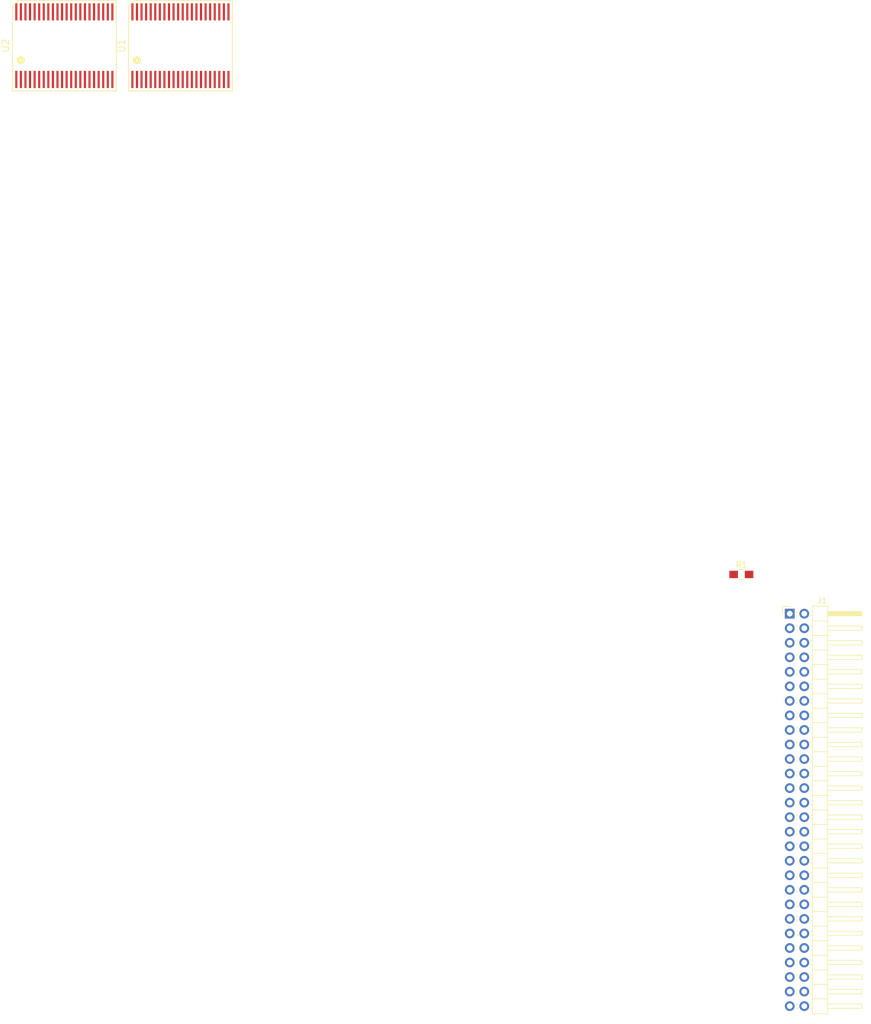
<source format=kicad_pcb>
(kicad_pcb (version 4) (host pcbnew 4.0.7)

  (general
    (links 41)
    (no_connects 25)
    (area -3.8025 5.414999 148.767382 184.785)
    (thickness 1.6)
    (drawings 0)
    (tracks 0)
    (zones 0)
    (modules 4)
    (nets 106)
  )

  (page A4)
  (layers
    (0 F.Cu signal)
    (31 B.Cu signal)
    (32 B.Adhes user)
    (33 F.Adhes user)
    (34 B.Paste user)
    (35 F.Paste user)
    (36 B.SilkS user)
    (37 F.SilkS user)
    (38 B.Mask user)
    (39 F.Mask user)
    (40 Dwgs.User user)
    (41 Cmts.User user)
    (42 Eco1.User user)
    (43 Eco2.User user)
    (44 Edge.Cuts user)
    (45 Margin user)
    (46 B.CrtYd user)
    (47 F.CrtYd user)
    (48 B.Fab user)
    (49 F.Fab user)
  )

  (setup
    (last_trace_width 0.25)
    (trace_clearance 0.2)
    (zone_clearance 0.508)
    (zone_45_only no)
    (trace_min 0.2)
    (segment_width 0.2)
    (edge_width 0.15)
    (via_size 0.6)
    (via_drill 0.4)
    (via_min_size 0.4)
    (via_min_drill 0.3)
    (uvia_size 0.3)
    (uvia_drill 0.1)
    (uvias_allowed no)
    (uvia_min_size 0.2)
    (uvia_min_drill 0.1)
    (pcb_text_width 0.3)
    (pcb_text_size 1.5 1.5)
    (mod_edge_width 0.15)
    (mod_text_size 1 1)
    (mod_text_width 0.15)
    (pad_size 1.524 1.524)
    (pad_drill 0.762)
    (pad_to_mask_clearance 0.2)
    (aux_axis_origin 0 0)
    (visible_elements FFFFFF7F)
    (pcbplotparams
      (layerselection 0x00030_80000001)
      (usegerberextensions false)
      (excludeedgelayer true)
      (linewidth 0.100000)
      (plotframeref false)
      (viasonmask false)
      (mode 1)
      (useauxorigin false)
      (hpglpennumber 1)
      (hpglpenspeed 20)
      (hpglpendiameter 15)
      (hpglpenoverlay 2)
      (psnegative false)
      (psa4output false)
      (plotreference true)
      (plotvalue true)
      (plotinvisibletext false)
      (padsonsilk false)
      (subtractmaskfromsilk false)
      (outputformat 1)
      (mirror false)
      (drillshape 1)
      (scaleselection 1)
      (outputdirectory ""))
  )

  (net 0 "")
  (net 1 "Net-(J1-Pad1)")
  (net 2 GND)
  (net 3 /DQ0)
  (net 4 /DQ1)
  (net 5 /DQ2)
  (net 6 /DQ3)
  (net 7 /DQ4)
  (net 8 /DQ5)
  (net 9 /DQ6)
  (net 10 /DQ7)
  (net 11 /DQ8)
  (net 12 /DQ9)
  (net 13 /DQ10)
  (net 14 /DQ11)
  (net 15 /DQ12)
  (net 16 /DQ13)
  (net 17 /DQ14)
  (net 18 /DQ15)
  (net 19 "Net-(J1-Pad23)")
  (net 20 "Net-(J1-Pad24)")
  (net 21 "Net-(J1-Pad25)")
  (net 22 "Net-(J1-Pad26)")
  (net 23 "Net-(J1-Pad27)")
  (net 24 "Net-(J1-Pad28)")
  (net 25 "Net-(J1-Pad29)")
  (net 26 "Net-(J1-Pad30)")
  (net 27 "Net-(J1-Pad31)")
  (net 28 "Net-(J1-Pad32)")
  (net 29 "Net-(J1-Pad33)")
  (net 30 "Net-(J1-Pad34)")
  (net 31 "Net-(J1-Pad35)")
  (net 32 "Net-(J1-Pad36)")
  (net 33 "Net-(J1-Pad37)")
  (net 34 "Net-(J1-Pad38)")
  (net 35 "Net-(J1-Pad39)")
  (net 36 "Net-(J1-Pad40)")
  (net 37 "Net-(J1-Pad41)")
  (net 38 "Net-(J1-Pad42)")
  (net 39 "Net-(J1-Pad43)")
  (net 40 "Net-(J1-Pad44)")
  (net 41 "Net-(J1-Pad45)")
  (net 42 "Net-(J1-Pad46)")
  (net 43 "Net-(J1-Pad47)")
  (net 44 "Net-(J1-Pad48)")
  (net 45 "Net-(J1-Pad49)")
  (net 46 "Net-(J1-Pad50)")
  (net 47 +5V)
  (net 48 "Net-(J1-Pad55)")
  (net 49 "Net-(J1-Pad56)")
  (net 50 "Net-(U1-Pad44)")
  (net 51 "Net-(U1-Pad1)")
  (net 52 "Net-(U1-Pad43)")
  (net 53 "Net-(U1-Pad2)")
  (net 54 "Net-(U1-Pad42)")
  (net 55 "Net-(U1-Pad3)")
  (net 56 "Net-(U1-Pad41)")
  (net 57 "Net-(U1-Pad4)")
  (net 58 "Net-(U1-Pad40)")
  (net 59 "Net-(U1-Pad5)")
  (net 60 "Net-(U1-Pad39)")
  (net 61 "Net-(U1-Pad6)")
  (net 62 "Net-(U1-Pad34)")
  (net 63 "Net-(U1-Pad11)")
  (net 64 "Net-(U1-Pad33)")
  (net 65 "Net-(U1-Pad12)")
  (net 66 "Net-(U1-Pad28)")
  (net 67 "Net-(U1-Pad17)")
  (net 68 "Net-(U1-Pad27)")
  (net 69 "Net-(U1-Pad18)")
  (net 70 "Net-(U1-Pad26)")
  (net 71 "Net-(U1-Pad19)")
  (net 72 "Net-(U1-Pad25)")
  (net 73 "Net-(U1-Pad20)")
  (net 74 "Net-(U1-Pad24)")
  (net 75 "Net-(U1-Pad21)")
  (net 76 "Net-(U1-Pad23)")
  (net 77 "Net-(U1-Pad22)")
  (net 78 "Net-(U2-Pad44)")
  (net 79 "Net-(U2-Pad1)")
  (net 80 "Net-(U2-Pad43)")
  (net 81 "Net-(U2-Pad2)")
  (net 82 "Net-(U2-Pad42)")
  (net 83 "Net-(U2-Pad3)")
  (net 84 "Net-(U2-Pad41)")
  (net 85 "Net-(U2-Pad4)")
  (net 86 "Net-(U2-Pad40)")
  (net 87 "Net-(U2-Pad5)")
  (net 88 "Net-(U2-Pad39)")
  (net 89 "Net-(U2-Pad6)")
  (net 90 "Net-(U2-Pad34)")
  (net 91 "Net-(U2-Pad11)")
  (net 92 "Net-(U2-Pad33)")
  (net 93 "Net-(U2-Pad12)")
  (net 94 "Net-(U2-Pad28)")
  (net 95 "Net-(U2-Pad17)")
  (net 96 "Net-(U2-Pad27)")
  (net 97 "Net-(U2-Pad18)")
  (net 98 "Net-(U2-Pad26)")
  (net 99 "Net-(U2-Pad19)")
  (net 100 "Net-(U2-Pad25)")
  (net 101 "Net-(U2-Pad20)")
  (net 102 "Net-(U2-Pad24)")
  (net 103 "Net-(U2-Pad21)")
  (net 104 "Net-(U2-Pad23)")
  (net 105 "Net-(U2-Pad22)")

  (net_class Default "This is the default net class."
    (clearance 0.2)
    (trace_width 0.25)
    (via_dia 0.6)
    (via_drill 0.4)
    (uvia_dia 0.3)
    (uvia_drill 0.1)
    (add_net +5V)
    (add_net /DQ0)
    (add_net /DQ1)
    (add_net /DQ10)
    (add_net /DQ11)
    (add_net /DQ12)
    (add_net /DQ13)
    (add_net /DQ14)
    (add_net /DQ15)
    (add_net /DQ2)
    (add_net /DQ3)
    (add_net /DQ4)
    (add_net /DQ5)
    (add_net /DQ6)
    (add_net /DQ7)
    (add_net /DQ8)
    (add_net /DQ9)
    (add_net GND)
    (add_net "Net-(J1-Pad1)")
    (add_net "Net-(J1-Pad23)")
    (add_net "Net-(J1-Pad24)")
    (add_net "Net-(J1-Pad25)")
    (add_net "Net-(J1-Pad26)")
    (add_net "Net-(J1-Pad27)")
    (add_net "Net-(J1-Pad28)")
    (add_net "Net-(J1-Pad29)")
    (add_net "Net-(J1-Pad30)")
    (add_net "Net-(J1-Pad31)")
    (add_net "Net-(J1-Pad32)")
    (add_net "Net-(J1-Pad33)")
    (add_net "Net-(J1-Pad34)")
    (add_net "Net-(J1-Pad35)")
    (add_net "Net-(J1-Pad36)")
    (add_net "Net-(J1-Pad37)")
    (add_net "Net-(J1-Pad38)")
    (add_net "Net-(J1-Pad39)")
    (add_net "Net-(J1-Pad40)")
    (add_net "Net-(J1-Pad41)")
    (add_net "Net-(J1-Pad42)")
    (add_net "Net-(J1-Pad43)")
    (add_net "Net-(J1-Pad44)")
    (add_net "Net-(J1-Pad45)")
    (add_net "Net-(J1-Pad46)")
    (add_net "Net-(J1-Pad47)")
    (add_net "Net-(J1-Pad48)")
    (add_net "Net-(J1-Pad49)")
    (add_net "Net-(J1-Pad50)")
    (add_net "Net-(J1-Pad55)")
    (add_net "Net-(J1-Pad56)")
    (add_net "Net-(U1-Pad1)")
    (add_net "Net-(U1-Pad11)")
    (add_net "Net-(U1-Pad12)")
    (add_net "Net-(U1-Pad17)")
    (add_net "Net-(U1-Pad18)")
    (add_net "Net-(U1-Pad19)")
    (add_net "Net-(U1-Pad2)")
    (add_net "Net-(U1-Pad20)")
    (add_net "Net-(U1-Pad21)")
    (add_net "Net-(U1-Pad22)")
    (add_net "Net-(U1-Pad23)")
    (add_net "Net-(U1-Pad24)")
    (add_net "Net-(U1-Pad25)")
    (add_net "Net-(U1-Pad26)")
    (add_net "Net-(U1-Pad27)")
    (add_net "Net-(U1-Pad28)")
    (add_net "Net-(U1-Pad3)")
    (add_net "Net-(U1-Pad33)")
    (add_net "Net-(U1-Pad34)")
    (add_net "Net-(U1-Pad39)")
    (add_net "Net-(U1-Pad4)")
    (add_net "Net-(U1-Pad40)")
    (add_net "Net-(U1-Pad41)")
    (add_net "Net-(U1-Pad42)")
    (add_net "Net-(U1-Pad43)")
    (add_net "Net-(U1-Pad44)")
    (add_net "Net-(U1-Pad5)")
    (add_net "Net-(U1-Pad6)")
    (add_net "Net-(U2-Pad1)")
    (add_net "Net-(U2-Pad11)")
    (add_net "Net-(U2-Pad12)")
    (add_net "Net-(U2-Pad17)")
    (add_net "Net-(U2-Pad18)")
    (add_net "Net-(U2-Pad19)")
    (add_net "Net-(U2-Pad2)")
    (add_net "Net-(U2-Pad20)")
    (add_net "Net-(U2-Pad21)")
    (add_net "Net-(U2-Pad22)")
    (add_net "Net-(U2-Pad23)")
    (add_net "Net-(U2-Pad24)")
    (add_net "Net-(U2-Pad25)")
    (add_net "Net-(U2-Pad26)")
    (add_net "Net-(U2-Pad27)")
    (add_net "Net-(U2-Pad28)")
    (add_net "Net-(U2-Pad3)")
    (add_net "Net-(U2-Pad33)")
    (add_net "Net-(U2-Pad34)")
    (add_net "Net-(U2-Pad39)")
    (add_net "Net-(U2-Pad4)")
    (add_net "Net-(U2-Pad40)")
    (add_net "Net-(U2-Pad41)")
    (add_net "Net-(U2-Pad42)")
    (add_net "Net-(U2-Pad43)")
    (add_net "Net-(U2-Pad44)")
    (add_net "Net-(U2-Pad5)")
    (add_net "Net-(U2-Pad6)")
  )

  (module Pin_Headers:Pin_Header_Angled_2x28_Pitch2.54mm (layer F.Cu) (tedit 59650533) (tstamp 5B1C933E)
    (at 134.46 112.86)
    (descr "Through hole angled pin header, 2x28, 2.54mm pitch, 6mm pin length, double rows")
    (tags "Through hole angled pin header THT 2x28 2.54mm double row")
    (path /5B1C9E0D)
    (fp_text reference J1 (at 5.655 -2.27) (layer F.SilkS)
      (effects (font (size 1 1) (thickness 0.15)))
    )
    (fp_text value Conn_02x28_Odd_Even (at 5.655 70.85) (layer F.Fab)
      (effects (font (size 1 1) (thickness 0.15)))
    )
    (fp_line (start 4.675 -1.27) (end 6.58 -1.27) (layer F.Fab) (width 0.1))
    (fp_line (start 6.58 -1.27) (end 6.58 69.85) (layer F.Fab) (width 0.1))
    (fp_line (start 6.58 69.85) (end 4.04 69.85) (layer F.Fab) (width 0.1))
    (fp_line (start 4.04 69.85) (end 4.04 -0.635) (layer F.Fab) (width 0.1))
    (fp_line (start 4.04 -0.635) (end 4.675 -1.27) (layer F.Fab) (width 0.1))
    (fp_line (start -0.32 -0.32) (end 4.04 -0.32) (layer F.Fab) (width 0.1))
    (fp_line (start -0.32 -0.32) (end -0.32 0.32) (layer F.Fab) (width 0.1))
    (fp_line (start -0.32 0.32) (end 4.04 0.32) (layer F.Fab) (width 0.1))
    (fp_line (start 6.58 -0.32) (end 12.58 -0.32) (layer F.Fab) (width 0.1))
    (fp_line (start 12.58 -0.32) (end 12.58 0.32) (layer F.Fab) (width 0.1))
    (fp_line (start 6.58 0.32) (end 12.58 0.32) (layer F.Fab) (width 0.1))
    (fp_line (start -0.32 2.22) (end 4.04 2.22) (layer F.Fab) (width 0.1))
    (fp_line (start -0.32 2.22) (end -0.32 2.86) (layer F.Fab) (width 0.1))
    (fp_line (start -0.32 2.86) (end 4.04 2.86) (layer F.Fab) (width 0.1))
    (fp_line (start 6.58 2.22) (end 12.58 2.22) (layer F.Fab) (width 0.1))
    (fp_line (start 12.58 2.22) (end 12.58 2.86) (layer F.Fab) (width 0.1))
    (fp_line (start 6.58 2.86) (end 12.58 2.86) (layer F.Fab) (width 0.1))
    (fp_line (start -0.32 4.76) (end 4.04 4.76) (layer F.Fab) (width 0.1))
    (fp_line (start -0.32 4.76) (end -0.32 5.4) (layer F.Fab) (width 0.1))
    (fp_line (start -0.32 5.4) (end 4.04 5.4) (layer F.Fab) (width 0.1))
    (fp_line (start 6.58 4.76) (end 12.58 4.76) (layer F.Fab) (width 0.1))
    (fp_line (start 12.58 4.76) (end 12.58 5.4) (layer F.Fab) (width 0.1))
    (fp_line (start 6.58 5.4) (end 12.58 5.4) (layer F.Fab) (width 0.1))
    (fp_line (start -0.32 7.3) (end 4.04 7.3) (layer F.Fab) (width 0.1))
    (fp_line (start -0.32 7.3) (end -0.32 7.94) (layer F.Fab) (width 0.1))
    (fp_line (start -0.32 7.94) (end 4.04 7.94) (layer F.Fab) (width 0.1))
    (fp_line (start 6.58 7.3) (end 12.58 7.3) (layer F.Fab) (width 0.1))
    (fp_line (start 12.58 7.3) (end 12.58 7.94) (layer F.Fab) (width 0.1))
    (fp_line (start 6.58 7.94) (end 12.58 7.94) (layer F.Fab) (width 0.1))
    (fp_line (start -0.32 9.84) (end 4.04 9.84) (layer F.Fab) (width 0.1))
    (fp_line (start -0.32 9.84) (end -0.32 10.48) (layer F.Fab) (width 0.1))
    (fp_line (start -0.32 10.48) (end 4.04 10.48) (layer F.Fab) (width 0.1))
    (fp_line (start 6.58 9.84) (end 12.58 9.84) (layer F.Fab) (width 0.1))
    (fp_line (start 12.58 9.84) (end 12.58 10.48) (layer F.Fab) (width 0.1))
    (fp_line (start 6.58 10.48) (end 12.58 10.48) (layer F.Fab) (width 0.1))
    (fp_line (start -0.32 12.38) (end 4.04 12.38) (layer F.Fab) (width 0.1))
    (fp_line (start -0.32 12.38) (end -0.32 13.02) (layer F.Fab) (width 0.1))
    (fp_line (start -0.32 13.02) (end 4.04 13.02) (layer F.Fab) (width 0.1))
    (fp_line (start 6.58 12.38) (end 12.58 12.38) (layer F.Fab) (width 0.1))
    (fp_line (start 12.58 12.38) (end 12.58 13.02) (layer F.Fab) (width 0.1))
    (fp_line (start 6.58 13.02) (end 12.58 13.02) (layer F.Fab) (width 0.1))
    (fp_line (start -0.32 14.92) (end 4.04 14.92) (layer F.Fab) (width 0.1))
    (fp_line (start -0.32 14.92) (end -0.32 15.56) (layer F.Fab) (width 0.1))
    (fp_line (start -0.32 15.56) (end 4.04 15.56) (layer F.Fab) (width 0.1))
    (fp_line (start 6.58 14.92) (end 12.58 14.92) (layer F.Fab) (width 0.1))
    (fp_line (start 12.58 14.92) (end 12.58 15.56) (layer F.Fab) (width 0.1))
    (fp_line (start 6.58 15.56) (end 12.58 15.56) (layer F.Fab) (width 0.1))
    (fp_line (start -0.32 17.46) (end 4.04 17.46) (layer F.Fab) (width 0.1))
    (fp_line (start -0.32 17.46) (end -0.32 18.1) (layer F.Fab) (width 0.1))
    (fp_line (start -0.32 18.1) (end 4.04 18.1) (layer F.Fab) (width 0.1))
    (fp_line (start 6.58 17.46) (end 12.58 17.46) (layer F.Fab) (width 0.1))
    (fp_line (start 12.58 17.46) (end 12.58 18.1) (layer F.Fab) (width 0.1))
    (fp_line (start 6.58 18.1) (end 12.58 18.1) (layer F.Fab) (width 0.1))
    (fp_line (start -0.32 20) (end 4.04 20) (layer F.Fab) (width 0.1))
    (fp_line (start -0.32 20) (end -0.32 20.64) (layer F.Fab) (width 0.1))
    (fp_line (start -0.32 20.64) (end 4.04 20.64) (layer F.Fab) (width 0.1))
    (fp_line (start 6.58 20) (end 12.58 20) (layer F.Fab) (width 0.1))
    (fp_line (start 12.58 20) (end 12.58 20.64) (layer F.Fab) (width 0.1))
    (fp_line (start 6.58 20.64) (end 12.58 20.64) (layer F.Fab) (width 0.1))
    (fp_line (start -0.32 22.54) (end 4.04 22.54) (layer F.Fab) (width 0.1))
    (fp_line (start -0.32 22.54) (end -0.32 23.18) (layer F.Fab) (width 0.1))
    (fp_line (start -0.32 23.18) (end 4.04 23.18) (layer F.Fab) (width 0.1))
    (fp_line (start 6.58 22.54) (end 12.58 22.54) (layer F.Fab) (width 0.1))
    (fp_line (start 12.58 22.54) (end 12.58 23.18) (layer F.Fab) (width 0.1))
    (fp_line (start 6.58 23.18) (end 12.58 23.18) (layer F.Fab) (width 0.1))
    (fp_line (start -0.32 25.08) (end 4.04 25.08) (layer F.Fab) (width 0.1))
    (fp_line (start -0.32 25.08) (end -0.32 25.72) (layer F.Fab) (width 0.1))
    (fp_line (start -0.32 25.72) (end 4.04 25.72) (layer F.Fab) (width 0.1))
    (fp_line (start 6.58 25.08) (end 12.58 25.08) (layer F.Fab) (width 0.1))
    (fp_line (start 12.58 25.08) (end 12.58 25.72) (layer F.Fab) (width 0.1))
    (fp_line (start 6.58 25.72) (end 12.58 25.72) (layer F.Fab) (width 0.1))
    (fp_line (start -0.32 27.62) (end 4.04 27.62) (layer F.Fab) (width 0.1))
    (fp_line (start -0.32 27.62) (end -0.32 28.26) (layer F.Fab) (width 0.1))
    (fp_line (start -0.32 28.26) (end 4.04 28.26) (layer F.Fab) (width 0.1))
    (fp_line (start 6.58 27.62) (end 12.58 27.62) (layer F.Fab) (width 0.1))
    (fp_line (start 12.58 27.62) (end 12.58 28.26) (layer F.Fab) (width 0.1))
    (fp_line (start 6.58 28.26) (end 12.58 28.26) (layer F.Fab) (width 0.1))
    (fp_line (start -0.32 30.16) (end 4.04 30.16) (layer F.Fab) (width 0.1))
    (fp_line (start -0.32 30.16) (end -0.32 30.8) (layer F.Fab) (width 0.1))
    (fp_line (start -0.32 30.8) (end 4.04 30.8) (layer F.Fab) (width 0.1))
    (fp_line (start 6.58 30.16) (end 12.58 30.16) (layer F.Fab) (width 0.1))
    (fp_line (start 12.58 30.16) (end 12.58 30.8) (layer F.Fab) (width 0.1))
    (fp_line (start 6.58 30.8) (end 12.58 30.8) (layer F.Fab) (width 0.1))
    (fp_line (start -0.32 32.7) (end 4.04 32.7) (layer F.Fab) (width 0.1))
    (fp_line (start -0.32 32.7) (end -0.32 33.34) (layer F.Fab) (width 0.1))
    (fp_line (start -0.32 33.34) (end 4.04 33.34) (layer F.Fab) (width 0.1))
    (fp_line (start 6.58 32.7) (end 12.58 32.7) (layer F.Fab) (width 0.1))
    (fp_line (start 12.58 32.7) (end 12.58 33.34) (layer F.Fab) (width 0.1))
    (fp_line (start 6.58 33.34) (end 12.58 33.34) (layer F.Fab) (width 0.1))
    (fp_line (start -0.32 35.24) (end 4.04 35.24) (layer F.Fab) (width 0.1))
    (fp_line (start -0.32 35.24) (end -0.32 35.88) (layer F.Fab) (width 0.1))
    (fp_line (start -0.32 35.88) (end 4.04 35.88) (layer F.Fab) (width 0.1))
    (fp_line (start 6.58 35.24) (end 12.58 35.24) (layer F.Fab) (width 0.1))
    (fp_line (start 12.58 35.24) (end 12.58 35.88) (layer F.Fab) (width 0.1))
    (fp_line (start 6.58 35.88) (end 12.58 35.88) (layer F.Fab) (width 0.1))
    (fp_line (start -0.32 37.78) (end 4.04 37.78) (layer F.Fab) (width 0.1))
    (fp_line (start -0.32 37.78) (end -0.32 38.42) (layer F.Fab) (width 0.1))
    (fp_line (start -0.32 38.42) (end 4.04 38.42) (layer F.Fab) (width 0.1))
    (fp_line (start 6.58 37.78) (end 12.58 37.78) (layer F.Fab) (width 0.1))
    (fp_line (start 12.58 37.78) (end 12.58 38.42) (layer F.Fab) (width 0.1))
    (fp_line (start 6.58 38.42) (end 12.58 38.42) (layer F.Fab) (width 0.1))
    (fp_line (start -0.32 40.32) (end 4.04 40.32) (layer F.Fab) (width 0.1))
    (fp_line (start -0.32 40.32) (end -0.32 40.96) (layer F.Fab) (width 0.1))
    (fp_line (start -0.32 40.96) (end 4.04 40.96) (layer F.Fab) (width 0.1))
    (fp_line (start 6.58 40.32) (end 12.58 40.32) (layer F.Fab) (width 0.1))
    (fp_line (start 12.58 40.32) (end 12.58 40.96) (layer F.Fab) (width 0.1))
    (fp_line (start 6.58 40.96) (end 12.58 40.96) (layer F.Fab) (width 0.1))
    (fp_line (start -0.32 42.86) (end 4.04 42.86) (layer F.Fab) (width 0.1))
    (fp_line (start -0.32 42.86) (end -0.32 43.5) (layer F.Fab) (width 0.1))
    (fp_line (start -0.32 43.5) (end 4.04 43.5) (layer F.Fab) (width 0.1))
    (fp_line (start 6.58 42.86) (end 12.58 42.86) (layer F.Fab) (width 0.1))
    (fp_line (start 12.58 42.86) (end 12.58 43.5) (layer F.Fab) (width 0.1))
    (fp_line (start 6.58 43.5) (end 12.58 43.5) (layer F.Fab) (width 0.1))
    (fp_line (start -0.32 45.4) (end 4.04 45.4) (layer F.Fab) (width 0.1))
    (fp_line (start -0.32 45.4) (end -0.32 46.04) (layer F.Fab) (width 0.1))
    (fp_line (start -0.32 46.04) (end 4.04 46.04) (layer F.Fab) (width 0.1))
    (fp_line (start 6.58 45.4) (end 12.58 45.4) (layer F.Fab) (width 0.1))
    (fp_line (start 12.58 45.4) (end 12.58 46.04) (layer F.Fab) (width 0.1))
    (fp_line (start 6.58 46.04) (end 12.58 46.04) (layer F.Fab) (width 0.1))
    (fp_line (start -0.32 47.94) (end 4.04 47.94) (layer F.Fab) (width 0.1))
    (fp_line (start -0.32 47.94) (end -0.32 48.58) (layer F.Fab) (width 0.1))
    (fp_line (start -0.32 48.58) (end 4.04 48.58) (layer F.Fab) (width 0.1))
    (fp_line (start 6.58 47.94) (end 12.58 47.94) (layer F.Fab) (width 0.1))
    (fp_line (start 12.58 47.94) (end 12.58 48.58) (layer F.Fab) (width 0.1))
    (fp_line (start 6.58 48.58) (end 12.58 48.58) (layer F.Fab) (width 0.1))
    (fp_line (start -0.32 50.48) (end 4.04 50.48) (layer F.Fab) (width 0.1))
    (fp_line (start -0.32 50.48) (end -0.32 51.12) (layer F.Fab) (width 0.1))
    (fp_line (start -0.32 51.12) (end 4.04 51.12) (layer F.Fab) (width 0.1))
    (fp_line (start 6.58 50.48) (end 12.58 50.48) (layer F.Fab) (width 0.1))
    (fp_line (start 12.58 50.48) (end 12.58 51.12) (layer F.Fab) (width 0.1))
    (fp_line (start 6.58 51.12) (end 12.58 51.12) (layer F.Fab) (width 0.1))
    (fp_line (start -0.32 53.02) (end 4.04 53.02) (layer F.Fab) (width 0.1))
    (fp_line (start -0.32 53.02) (end -0.32 53.66) (layer F.Fab) (width 0.1))
    (fp_line (start -0.32 53.66) (end 4.04 53.66) (layer F.Fab) (width 0.1))
    (fp_line (start 6.58 53.02) (end 12.58 53.02) (layer F.Fab) (width 0.1))
    (fp_line (start 12.58 53.02) (end 12.58 53.66) (layer F.Fab) (width 0.1))
    (fp_line (start 6.58 53.66) (end 12.58 53.66) (layer F.Fab) (width 0.1))
    (fp_line (start -0.32 55.56) (end 4.04 55.56) (layer F.Fab) (width 0.1))
    (fp_line (start -0.32 55.56) (end -0.32 56.2) (layer F.Fab) (width 0.1))
    (fp_line (start -0.32 56.2) (end 4.04 56.2) (layer F.Fab) (width 0.1))
    (fp_line (start 6.58 55.56) (end 12.58 55.56) (layer F.Fab) (width 0.1))
    (fp_line (start 12.58 55.56) (end 12.58 56.2) (layer F.Fab) (width 0.1))
    (fp_line (start 6.58 56.2) (end 12.58 56.2) (layer F.Fab) (width 0.1))
    (fp_line (start -0.32 58.1) (end 4.04 58.1) (layer F.Fab) (width 0.1))
    (fp_line (start -0.32 58.1) (end -0.32 58.74) (layer F.Fab) (width 0.1))
    (fp_line (start -0.32 58.74) (end 4.04 58.74) (layer F.Fab) (width 0.1))
    (fp_line (start 6.58 58.1) (end 12.58 58.1) (layer F.Fab) (width 0.1))
    (fp_line (start 12.58 58.1) (end 12.58 58.74) (layer F.Fab) (width 0.1))
    (fp_line (start 6.58 58.74) (end 12.58 58.74) (layer F.Fab) (width 0.1))
    (fp_line (start -0.32 60.64) (end 4.04 60.64) (layer F.Fab) (width 0.1))
    (fp_line (start -0.32 60.64) (end -0.32 61.28) (layer F.Fab) (width 0.1))
    (fp_line (start -0.32 61.28) (end 4.04 61.28) (layer F.Fab) (width 0.1))
    (fp_line (start 6.58 60.64) (end 12.58 60.64) (layer F.Fab) (width 0.1))
    (fp_line (start 12.58 60.64) (end 12.58 61.28) (layer F.Fab) (width 0.1))
    (fp_line (start 6.58 61.28) (end 12.58 61.28) (layer F.Fab) (width 0.1))
    (fp_line (start -0.32 63.18) (end 4.04 63.18) (layer F.Fab) (width 0.1))
    (fp_line (start -0.32 63.18) (end -0.32 63.82) (layer F.Fab) (width 0.1))
    (fp_line (start -0.32 63.82) (end 4.04 63.82) (layer F.Fab) (width 0.1))
    (fp_line (start 6.58 63.18) (end 12.58 63.18) (layer F.Fab) (width 0.1))
    (fp_line (start 12.58 63.18) (end 12.58 63.82) (layer F.Fab) (width 0.1))
    (fp_line (start 6.58 63.82) (end 12.58 63.82) (layer F.Fab) (width 0.1))
    (fp_line (start -0.32 65.72) (end 4.04 65.72) (layer F.Fab) (width 0.1))
    (fp_line (start -0.32 65.72) (end -0.32 66.36) (layer F.Fab) (width 0.1))
    (fp_line (start -0.32 66.36) (end 4.04 66.36) (layer F.Fab) (width 0.1))
    (fp_line (start 6.58 65.72) (end 12.58 65.72) (layer F.Fab) (width 0.1))
    (fp_line (start 12.58 65.72) (end 12.58 66.36) (layer F.Fab) (width 0.1))
    (fp_line (start 6.58 66.36) (end 12.58 66.36) (layer F.Fab) (width 0.1))
    (fp_line (start -0.32 68.26) (end 4.04 68.26) (layer F.Fab) (width 0.1))
    (fp_line (start -0.32 68.26) (end -0.32 68.9) (layer F.Fab) (width 0.1))
    (fp_line (start -0.32 68.9) (end 4.04 68.9) (layer F.Fab) (width 0.1))
    (fp_line (start 6.58 68.26) (end 12.58 68.26) (layer F.Fab) (width 0.1))
    (fp_line (start 12.58 68.26) (end 12.58 68.9) (layer F.Fab) (width 0.1))
    (fp_line (start 6.58 68.9) (end 12.58 68.9) (layer F.Fab) (width 0.1))
    (fp_line (start 3.98 -1.33) (end 3.98 69.91) (layer F.SilkS) (width 0.12))
    (fp_line (start 3.98 69.91) (end 6.64 69.91) (layer F.SilkS) (width 0.12))
    (fp_line (start 6.64 69.91) (end 6.64 -1.33) (layer F.SilkS) (width 0.12))
    (fp_line (start 6.64 -1.33) (end 3.98 -1.33) (layer F.SilkS) (width 0.12))
    (fp_line (start 6.64 -0.38) (end 12.64 -0.38) (layer F.SilkS) (width 0.12))
    (fp_line (start 12.64 -0.38) (end 12.64 0.38) (layer F.SilkS) (width 0.12))
    (fp_line (start 12.64 0.38) (end 6.64 0.38) (layer F.SilkS) (width 0.12))
    (fp_line (start 6.64 -0.32) (end 12.64 -0.32) (layer F.SilkS) (width 0.12))
    (fp_line (start 6.64 -0.2) (end 12.64 -0.2) (layer F.SilkS) (width 0.12))
    (fp_line (start 6.64 -0.08) (end 12.64 -0.08) (layer F.SilkS) (width 0.12))
    (fp_line (start 6.64 0.04) (end 12.64 0.04) (layer F.SilkS) (width 0.12))
    (fp_line (start 6.64 0.16) (end 12.64 0.16) (layer F.SilkS) (width 0.12))
    (fp_line (start 6.64 0.28) (end 12.64 0.28) (layer F.SilkS) (width 0.12))
    (fp_line (start 3.582929 -0.38) (end 3.98 -0.38) (layer F.SilkS) (width 0.12))
    (fp_line (start 3.582929 0.38) (end 3.98 0.38) (layer F.SilkS) (width 0.12))
    (fp_line (start 1.11 -0.38) (end 1.497071 -0.38) (layer F.SilkS) (width 0.12))
    (fp_line (start 1.11 0.38) (end 1.497071 0.38) (layer F.SilkS) (width 0.12))
    (fp_line (start 3.98 1.27) (end 6.64 1.27) (layer F.SilkS) (width 0.12))
    (fp_line (start 6.64 2.16) (end 12.64 2.16) (layer F.SilkS) (width 0.12))
    (fp_line (start 12.64 2.16) (end 12.64 2.92) (layer F.SilkS) (width 0.12))
    (fp_line (start 12.64 2.92) (end 6.64 2.92) (layer F.SilkS) (width 0.12))
    (fp_line (start 3.582929 2.16) (end 3.98 2.16) (layer F.SilkS) (width 0.12))
    (fp_line (start 3.582929 2.92) (end 3.98 2.92) (layer F.SilkS) (width 0.12))
    (fp_line (start 1.042929 2.16) (end 1.497071 2.16) (layer F.SilkS) (width 0.12))
    (fp_line (start 1.042929 2.92) (end 1.497071 2.92) (layer F.SilkS) (width 0.12))
    (fp_line (start 3.98 3.81) (end 6.64 3.81) (layer F.SilkS) (width 0.12))
    (fp_line (start 6.64 4.7) (end 12.64 4.7) (layer F.SilkS) (width 0.12))
    (fp_line (start 12.64 4.7) (end 12.64 5.46) (layer F.SilkS) (width 0.12))
    (fp_line (start 12.64 5.46) (end 6.64 5.46) (layer F.SilkS) (width 0.12))
    (fp_line (start 3.582929 4.7) (end 3.98 4.7) (layer F.SilkS) (width 0.12))
    (fp_line (start 3.582929 5.46) (end 3.98 5.46) (layer F.SilkS) (width 0.12))
    (fp_line (start 1.042929 4.7) (end 1.497071 4.7) (layer F.SilkS) (width 0.12))
    (fp_line (start 1.042929 5.46) (end 1.497071 5.46) (layer F.SilkS) (width 0.12))
    (fp_line (start 3.98 6.35) (end 6.64 6.35) (layer F.SilkS) (width 0.12))
    (fp_line (start 6.64 7.24) (end 12.64 7.24) (layer F.SilkS) (width 0.12))
    (fp_line (start 12.64 7.24) (end 12.64 8) (layer F.SilkS) (width 0.12))
    (fp_line (start 12.64 8) (end 6.64 8) (layer F.SilkS) (width 0.12))
    (fp_line (start 3.582929 7.24) (end 3.98 7.24) (layer F.SilkS) (width 0.12))
    (fp_line (start 3.582929 8) (end 3.98 8) (layer F.SilkS) (width 0.12))
    (fp_line (start 1.042929 7.24) (end 1.497071 7.24) (layer F.SilkS) (width 0.12))
    (fp_line (start 1.042929 8) (end 1.497071 8) (layer F.SilkS) (width 0.12))
    (fp_line (start 3.98 8.89) (end 6.64 8.89) (layer F.SilkS) (width 0.12))
    (fp_line (start 6.64 9.78) (end 12.64 9.78) (layer F.SilkS) (width 0.12))
    (fp_line (start 12.64 9.78) (end 12.64 10.54) (layer F.SilkS) (width 0.12))
    (fp_line (start 12.64 10.54) (end 6.64 10.54) (layer F.SilkS) (width 0.12))
    (fp_line (start 3.582929 9.78) (end 3.98 9.78) (layer F.SilkS) (width 0.12))
    (fp_line (start 3.582929 10.54) (end 3.98 10.54) (layer F.SilkS) (width 0.12))
    (fp_line (start 1.042929 9.78) (end 1.497071 9.78) (layer F.SilkS) (width 0.12))
    (fp_line (start 1.042929 10.54) (end 1.497071 10.54) (layer F.SilkS) (width 0.12))
    (fp_line (start 3.98 11.43) (end 6.64 11.43) (layer F.SilkS) (width 0.12))
    (fp_line (start 6.64 12.32) (end 12.64 12.32) (layer F.SilkS) (width 0.12))
    (fp_line (start 12.64 12.32) (end 12.64 13.08) (layer F.SilkS) (width 0.12))
    (fp_line (start 12.64 13.08) (end 6.64 13.08) (layer F.SilkS) (width 0.12))
    (fp_line (start 3.582929 12.32) (end 3.98 12.32) (layer F.SilkS) (width 0.12))
    (fp_line (start 3.582929 13.08) (end 3.98 13.08) (layer F.SilkS) (width 0.12))
    (fp_line (start 1.042929 12.32) (end 1.497071 12.32) (layer F.SilkS) (width 0.12))
    (fp_line (start 1.042929 13.08) (end 1.497071 13.08) (layer F.SilkS) (width 0.12))
    (fp_line (start 3.98 13.97) (end 6.64 13.97) (layer F.SilkS) (width 0.12))
    (fp_line (start 6.64 14.86) (end 12.64 14.86) (layer F.SilkS) (width 0.12))
    (fp_line (start 12.64 14.86) (end 12.64 15.62) (layer F.SilkS) (width 0.12))
    (fp_line (start 12.64 15.62) (end 6.64 15.62) (layer F.SilkS) (width 0.12))
    (fp_line (start 3.582929 14.86) (end 3.98 14.86) (layer F.SilkS) (width 0.12))
    (fp_line (start 3.582929 15.62) (end 3.98 15.62) (layer F.SilkS) (width 0.12))
    (fp_line (start 1.042929 14.86) (end 1.497071 14.86) (layer F.SilkS) (width 0.12))
    (fp_line (start 1.042929 15.62) (end 1.497071 15.62) (layer F.SilkS) (width 0.12))
    (fp_line (start 3.98 16.51) (end 6.64 16.51) (layer F.SilkS) (width 0.12))
    (fp_line (start 6.64 17.4) (end 12.64 17.4) (layer F.SilkS) (width 0.12))
    (fp_line (start 12.64 17.4) (end 12.64 18.16) (layer F.SilkS) (width 0.12))
    (fp_line (start 12.64 18.16) (end 6.64 18.16) (layer F.SilkS) (width 0.12))
    (fp_line (start 3.582929 17.4) (end 3.98 17.4) (layer F.SilkS) (width 0.12))
    (fp_line (start 3.582929 18.16) (end 3.98 18.16) (layer F.SilkS) (width 0.12))
    (fp_line (start 1.042929 17.4) (end 1.497071 17.4) (layer F.SilkS) (width 0.12))
    (fp_line (start 1.042929 18.16) (end 1.497071 18.16) (layer F.SilkS) (width 0.12))
    (fp_line (start 3.98 19.05) (end 6.64 19.05) (layer F.SilkS) (width 0.12))
    (fp_line (start 6.64 19.94) (end 12.64 19.94) (layer F.SilkS) (width 0.12))
    (fp_line (start 12.64 19.94) (end 12.64 20.7) (layer F.SilkS) (width 0.12))
    (fp_line (start 12.64 20.7) (end 6.64 20.7) (layer F.SilkS) (width 0.12))
    (fp_line (start 3.582929 19.94) (end 3.98 19.94) (layer F.SilkS) (width 0.12))
    (fp_line (start 3.582929 20.7) (end 3.98 20.7) (layer F.SilkS) (width 0.12))
    (fp_line (start 1.042929 19.94) (end 1.497071 19.94) (layer F.SilkS) (width 0.12))
    (fp_line (start 1.042929 20.7) (end 1.497071 20.7) (layer F.SilkS) (width 0.12))
    (fp_line (start 3.98 21.59) (end 6.64 21.59) (layer F.SilkS) (width 0.12))
    (fp_line (start 6.64 22.48) (end 12.64 22.48) (layer F.SilkS) (width 0.12))
    (fp_line (start 12.64 22.48) (end 12.64 23.24) (layer F.SilkS) (width 0.12))
    (fp_line (start 12.64 23.24) (end 6.64 23.24) (layer F.SilkS) (width 0.12))
    (fp_line (start 3.582929 22.48) (end 3.98 22.48) (layer F.SilkS) (width 0.12))
    (fp_line (start 3.582929 23.24) (end 3.98 23.24) (layer F.SilkS) (width 0.12))
    (fp_line (start 1.042929 22.48) (end 1.497071 22.48) (layer F.SilkS) (width 0.12))
    (fp_line (start 1.042929 23.24) (end 1.497071 23.24) (layer F.SilkS) (width 0.12))
    (fp_line (start 3.98 24.13) (end 6.64 24.13) (layer F.SilkS) (width 0.12))
    (fp_line (start 6.64 25.02) (end 12.64 25.02) (layer F.SilkS) (width 0.12))
    (fp_line (start 12.64 25.02) (end 12.64 25.78) (layer F.SilkS) (width 0.12))
    (fp_line (start 12.64 25.78) (end 6.64 25.78) (layer F.SilkS) (width 0.12))
    (fp_line (start 3.582929 25.02) (end 3.98 25.02) (layer F.SilkS) (width 0.12))
    (fp_line (start 3.582929 25.78) (end 3.98 25.78) (layer F.SilkS) (width 0.12))
    (fp_line (start 1.042929 25.02) (end 1.497071 25.02) (layer F.SilkS) (width 0.12))
    (fp_line (start 1.042929 25.78) (end 1.497071 25.78) (layer F.SilkS) (width 0.12))
    (fp_line (start 3.98 26.67) (end 6.64 26.67) (layer F.SilkS) (width 0.12))
    (fp_line (start 6.64 27.56) (end 12.64 27.56) (layer F.SilkS) (width 0.12))
    (fp_line (start 12.64 27.56) (end 12.64 28.32) (layer F.SilkS) (width 0.12))
    (fp_line (start 12.64 28.32) (end 6.64 28.32) (layer F.SilkS) (width 0.12))
    (fp_line (start 3.582929 27.56) (end 3.98 27.56) (layer F.SilkS) (width 0.12))
    (fp_line (start 3.582929 28.32) (end 3.98 28.32) (layer F.SilkS) (width 0.12))
    (fp_line (start 1.042929 27.56) (end 1.497071 27.56) (layer F.SilkS) (width 0.12))
    (fp_line (start 1.042929 28.32) (end 1.497071 28.32) (layer F.SilkS) (width 0.12))
    (fp_line (start 3.98 29.21) (end 6.64 29.21) (layer F.SilkS) (width 0.12))
    (fp_line (start 6.64 30.1) (end 12.64 30.1) (layer F.SilkS) (width 0.12))
    (fp_line (start 12.64 30.1) (end 12.64 30.86) (layer F.SilkS) (width 0.12))
    (fp_line (start 12.64 30.86) (end 6.64 30.86) (layer F.SilkS) (width 0.12))
    (fp_line (start 3.582929 30.1) (end 3.98 30.1) (layer F.SilkS) (width 0.12))
    (fp_line (start 3.582929 30.86) (end 3.98 30.86) (layer F.SilkS) (width 0.12))
    (fp_line (start 1.042929 30.1) (end 1.497071 30.1) (layer F.SilkS) (width 0.12))
    (fp_line (start 1.042929 30.86) (end 1.497071 30.86) (layer F.SilkS) (width 0.12))
    (fp_line (start 3.98 31.75) (end 6.64 31.75) (layer F.SilkS) (width 0.12))
    (fp_line (start 6.64 32.64) (end 12.64 32.64) (layer F.SilkS) (width 0.12))
    (fp_line (start 12.64 32.64) (end 12.64 33.4) (layer F.SilkS) (width 0.12))
    (fp_line (start 12.64 33.4) (end 6.64 33.4) (layer F.SilkS) (width 0.12))
    (fp_line (start 3.582929 32.64) (end 3.98 32.64) (layer F.SilkS) (width 0.12))
    (fp_line (start 3.582929 33.4) (end 3.98 33.4) (layer F.SilkS) (width 0.12))
    (fp_line (start 1.042929 32.64) (end 1.497071 32.64) (layer F.SilkS) (width 0.12))
    (fp_line (start 1.042929 33.4) (end 1.497071 33.4) (layer F.SilkS) (width 0.12))
    (fp_line (start 3.98 34.29) (end 6.64 34.29) (layer F.SilkS) (width 0.12))
    (fp_line (start 6.64 35.18) (end 12.64 35.18) (layer F.SilkS) (width 0.12))
    (fp_line (start 12.64 35.18) (end 12.64 35.94) (layer F.SilkS) (width 0.12))
    (fp_line (start 12.64 35.94) (end 6.64 35.94) (layer F.SilkS) (width 0.12))
    (fp_line (start 3.582929 35.18) (end 3.98 35.18) (layer F.SilkS) (width 0.12))
    (fp_line (start 3.582929 35.94) (end 3.98 35.94) (layer F.SilkS) (width 0.12))
    (fp_line (start 1.042929 35.18) (end 1.497071 35.18) (layer F.SilkS) (width 0.12))
    (fp_line (start 1.042929 35.94) (end 1.497071 35.94) (layer F.SilkS) (width 0.12))
    (fp_line (start 3.98 36.83) (end 6.64 36.83) (layer F.SilkS) (width 0.12))
    (fp_line (start 6.64 37.72) (end 12.64 37.72) (layer F.SilkS) (width 0.12))
    (fp_line (start 12.64 37.72) (end 12.64 38.48) (layer F.SilkS) (width 0.12))
    (fp_line (start 12.64 38.48) (end 6.64 38.48) (layer F.SilkS) (width 0.12))
    (fp_line (start 3.582929 37.72) (end 3.98 37.72) (layer F.SilkS) (width 0.12))
    (fp_line (start 3.582929 38.48) (end 3.98 38.48) (layer F.SilkS) (width 0.12))
    (fp_line (start 1.042929 37.72) (end 1.497071 37.72) (layer F.SilkS) (width 0.12))
    (fp_line (start 1.042929 38.48) (end 1.497071 38.48) (layer F.SilkS) (width 0.12))
    (fp_line (start 3.98 39.37) (end 6.64 39.37) (layer F.SilkS) (width 0.12))
    (fp_line (start 6.64 40.26) (end 12.64 40.26) (layer F.SilkS) (width 0.12))
    (fp_line (start 12.64 40.26) (end 12.64 41.02) (layer F.SilkS) (width 0.12))
    (fp_line (start 12.64 41.02) (end 6.64 41.02) (layer F.SilkS) (width 0.12))
    (fp_line (start 3.582929 40.26) (end 3.98 40.26) (layer F.SilkS) (width 0.12))
    (fp_line (start 3.582929 41.02) (end 3.98 41.02) (layer F.SilkS) (width 0.12))
    (fp_line (start 1.042929 40.26) (end 1.497071 40.26) (layer F.SilkS) (width 0.12))
    (fp_line (start 1.042929 41.02) (end 1.497071 41.02) (layer F.SilkS) (width 0.12))
    (fp_line (start 3.98 41.91) (end 6.64 41.91) (layer F.SilkS) (width 0.12))
    (fp_line (start 6.64 42.8) (end 12.64 42.8) (layer F.SilkS) (width 0.12))
    (fp_line (start 12.64 42.8) (end 12.64 43.56) (layer F.SilkS) (width 0.12))
    (fp_line (start 12.64 43.56) (end 6.64 43.56) (layer F.SilkS) (width 0.12))
    (fp_line (start 3.582929 42.8) (end 3.98 42.8) (layer F.SilkS) (width 0.12))
    (fp_line (start 3.582929 43.56) (end 3.98 43.56) (layer F.SilkS) (width 0.12))
    (fp_line (start 1.042929 42.8) (end 1.497071 42.8) (layer F.SilkS) (width 0.12))
    (fp_line (start 1.042929 43.56) (end 1.497071 43.56) (layer F.SilkS) (width 0.12))
    (fp_line (start 3.98 44.45) (end 6.64 44.45) (layer F.SilkS) (width 0.12))
    (fp_line (start 6.64 45.34) (end 12.64 45.34) (layer F.SilkS) (width 0.12))
    (fp_line (start 12.64 45.34) (end 12.64 46.1) (layer F.SilkS) (width 0.12))
    (fp_line (start 12.64 46.1) (end 6.64 46.1) (layer F.SilkS) (width 0.12))
    (fp_line (start 3.582929 45.34) (end 3.98 45.34) (layer F.SilkS) (width 0.12))
    (fp_line (start 3.582929 46.1) (end 3.98 46.1) (layer F.SilkS) (width 0.12))
    (fp_line (start 1.042929 45.34) (end 1.497071 45.34) (layer F.SilkS) (width 0.12))
    (fp_line (start 1.042929 46.1) (end 1.497071 46.1) (layer F.SilkS) (width 0.12))
    (fp_line (start 3.98 46.99) (end 6.64 46.99) (layer F.SilkS) (width 0.12))
    (fp_line (start 6.64 47.88) (end 12.64 47.88) (layer F.SilkS) (width 0.12))
    (fp_line (start 12.64 47.88) (end 12.64 48.64) (layer F.SilkS) (width 0.12))
    (fp_line (start 12.64 48.64) (end 6.64 48.64) (layer F.SilkS) (width 0.12))
    (fp_line (start 3.582929 47.88) (end 3.98 47.88) (layer F.SilkS) (width 0.12))
    (fp_line (start 3.582929 48.64) (end 3.98 48.64) (layer F.SilkS) (width 0.12))
    (fp_line (start 1.042929 47.88) (end 1.497071 47.88) (layer F.SilkS) (width 0.12))
    (fp_line (start 1.042929 48.64) (end 1.497071 48.64) (layer F.SilkS) (width 0.12))
    (fp_line (start 3.98 49.53) (end 6.64 49.53) (layer F.SilkS) (width 0.12))
    (fp_line (start 6.64 50.42) (end 12.64 50.42) (layer F.SilkS) (width 0.12))
    (fp_line (start 12.64 50.42) (end 12.64 51.18) (layer F.SilkS) (width 0.12))
    (fp_line (start 12.64 51.18) (end 6.64 51.18) (layer F.SilkS) (width 0.12))
    (fp_line (start 3.582929 50.42) (end 3.98 50.42) (layer F.SilkS) (width 0.12))
    (fp_line (start 3.582929 51.18) (end 3.98 51.18) (layer F.SilkS) (width 0.12))
    (fp_line (start 1.042929 50.42) (end 1.497071 50.42) (layer F.SilkS) (width 0.12))
    (fp_line (start 1.042929 51.18) (end 1.497071 51.18) (layer F.SilkS) (width 0.12))
    (fp_line (start 3.98 52.07) (end 6.64 52.07) (layer F.SilkS) (width 0.12))
    (fp_line (start 6.64 52.96) (end 12.64 52.96) (layer F.SilkS) (width 0.12))
    (fp_line (start 12.64 52.96) (end 12.64 53.72) (layer F.SilkS) (width 0.12))
    (fp_line (start 12.64 53.72) (end 6.64 53.72) (layer F.SilkS) (width 0.12))
    (fp_line (start 3.582929 52.96) (end 3.98 52.96) (layer F.SilkS) (width 0.12))
    (fp_line (start 3.582929 53.72) (end 3.98 53.72) (layer F.SilkS) (width 0.12))
    (fp_line (start 1.042929 52.96) (end 1.497071 52.96) (layer F.SilkS) (width 0.12))
    (fp_line (start 1.042929 53.72) (end 1.497071 53.72) (layer F.SilkS) (width 0.12))
    (fp_line (start 3.98 54.61) (end 6.64 54.61) (layer F.SilkS) (width 0.12))
    (fp_line (start 6.64 55.5) (end 12.64 55.5) (layer F.SilkS) (width 0.12))
    (fp_line (start 12.64 55.5) (end 12.64 56.26) (layer F.SilkS) (width 0.12))
    (fp_line (start 12.64 56.26) (end 6.64 56.26) (layer F.SilkS) (width 0.12))
    (fp_line (start 3.582929 55.5) (end 3.98 55.5) (layer F.SilkS) (width 0.12))
    (fp_line (start 3.582929 56.26) (end 3.98 56.26) (layer F.SilkS) (width 0.12))
    (fp_line (start 1.042929 55.5) (end 1.497071 55.5) (layer F.SilkS) (width 0.12))
    (fp_line (start 1.042929 56.26) (end 1.497071 56.26) (layer F.SilkS) (width 0.12))
    (fp_line (start 3.98 57.15) (end 6.64 57.15) (layer F.SilkS) (width 0.12))
    (fp_line (start 6.64 58.04) (end 12.64 58.04) (layer F.SilkS) (width 0.12))
    (fp_line (start 12.64 58.04) (end 12.64 58.8) (layer F.SilkS) (width 0.12))
    (fp_line (start 12.64 58.8) (end 6.64 58.8) (layer F.SilkS) (width 0.12))
    (fp_line (start 3.582929 58.04) (end 3.98 58.04) (layer F.SilkS) (width 0.12))
    (fp_line (start 3.582929 58.8) (end 3.98 58.8) (layer F.SilkS) (width 0.12))
    (fp_line (start 1.042929 58.04) (end 1.497071 58.04) (layer F.SilkS) (width 0.12))
    (fp_line (start 1.042929 58.8) (end 1.497071 58.8) (layer F.SilkS) (width 0.12))
    (fp_line (start 3.98 59.69) (end 6.64 59.69) (layer F.SilkS) (width 0.12))
    (fp_line (start 6.64 60.58) (end 12.64 60.58) (layer F.SilkS) (width 0.12))
    (fp_line (start 12.64 60.58) (end 12.64 61.34) (layer F.SilkS) (width 0.12))
    (fp_line (start 12.64 61.34) (end 6.64 61.34) (layer F.SilkS) (width 0.12))
    (fp_line (start 3.582929 60.58) (end 3.98 60.58) (layer F.SilkS) (width 0.12))
    (fp_line (start 3.582929 61.34) (end 3.98 61.34) (layer F.SilkS) (width 0.12))
    (fp_line (start 1.042929 60.58) (end 1.497071 60.58) (layer F.SilkS) (width 0.12))
    (fp_line (start 1.042929 61.34) (end 1.497071 61.34) (layer F.SilkS) (width 0.12))
    (fp_line (start 3.98 62.23) (end 6.64 62.23) (layer F.SilkS) (width 0.12))
    (fp_line (start 6.64 63.12) (end 12.64 63.12) (layer F.SilkS) (width 0.12))
    (fp_line (start 12.64 63.12) (end 12.64 63.88) (layer F.SilkS) (width 0.12))
    (fp_line (start 12.64 63.88) (end 6.64 63.88) (layer F.SilkS) (width 0.12))
    (fp_line (start 3.582929 63.12) (end 3.98 63.12) (layer F.SilkS) (width 0.12))
    (fp_line (start 3.582929 63.88) (end 3.98 63.88) (layer F.SilkS) (width 0.12))
    (fp_line (start 1.042929 63.12) (end 1.497071 63.12) (layer F.SilkS) (width 0.12))
    (fp_line (start 1.042929 63.88) (end 1.497071 63.88) (layer F.SilkS) (width 0.12))
    (fp_line (start 3.98 64.77) (end 6.64 64.77) (layer F.SilkS) (width 0.12))
    (fp_line (start 6.64 65.66) (end 12.64 65.66) (layer F.SilkS) (width 0.12))
    (fp_line (start 12.64 65.66) (end 12.64 66.42) (layer F.SilkS) (width 0.12))
    (fp_line (start 12.64 66.42) (end 6.64 66.42) (layer F.SilkS) (width 0.12))
    (fp_line (start 3.582929 65.66) (end 3.98 65.66) (layer F.SilkS) (width 0.12))
    (fp_line (start 3.582929 66.42) (end 3.98 66.42) (layer F.SilkS) (width 0.12))
    (fp_line (start 1.042929 65.66) (end 1.497071 65.66) (layer F.SilkS) (width 0.12))
    (fp_line (start 1.042929 66.42) (end 1.497071 66.42) (layer F.SilkS) (width 0.12))
    (fp_line (start 3.98 67.31) (end 6.64 67.31) (layer F.SilkS) (width 0.12))
    (fp_line (start 6.64 68.2) (end 12.64 68.2) (layer F.SilkS) (width 0.12))
    (fp_line (start 12.64 68.2) (end 12.64 68.96) (layer F.SilkS) (width 0.12))
    (fp_line (start 12.64 68.96) (end 6.64 68.96) (layer F.SilkS) (width 0.12))
    (fp_line (start 3.582929 68.2) (end 3.98 68.2) (layer F.SilkS) (width 0.12))
    (fp_line (start 3.582929 68.96) (end 3.98 68.96) (layer F.SilkS) (width 0.12))
    (fp_line (start 1.042929 68.2) (end 1.497071 68.2) (layer F.SilkS) (width 0.12))
    (fp_line (start 1.042929 68.96) (end 1.497071 68.96) (layer F.SilkS) (width 0.12))
    (fp_line (start -1.27 0) (end -1.27 -1.27) (layer F.SilkS) (width 0.12))
    (fp_line (start -1.27 -1.27) (end 0 -1.27) (layer F.SilkS) (width 0.12))
    (fp_line (start -1.8 -1.8) (end -1.8 70.35) (layer F.CrtYd) (width 0.05))
    (fp_line (start -1.8 70.35) (end 13.1 70.35) (layer F.CrtYd) (width 0.05))
    (fp_line (start 13.1 70.35) (end 13.1 -1.8) (layer F.CrtYd) (width 0.05))
    (fp_line (start 13.1 -1.8) (end -1.8 -1.8) (layer F.CrtYd) (width 0.05))
    (fp_text user %R (at 5.31 34.29 90) (layer F.Fab)
      (effects (font (size 1 1) (thickness 0.15)))
    )
    (pad 1 thru_hole rect (at 0 0) (size 1.7 1.7) (drill 1) (layers *.Cu *.Mask)
      (net 1 "Net-(J1-Pad1)"))
    (pad 2 thru_hole oval (at 2.54 0) (size 1.7 1.7) (drill 1) (layers *.Cu *.Mask)
      (net 1 "Net-(J1-Pad1)"))
    (pad 3 thru_hole oval (at 0 2.54) (size 1.7 1.7) (drill 1) (layers *.Cu *.Mask)
      (net 2 GND))
    (pad 4 thru_hole oval (at 2.54 2.54) (size 1.7 1.7) (drill 1) (layers *.Cu *.Mask)
      (net 2 GND))
    (pad 5 thru_hole oval (at 0 5.08) (size 1.7 1.7) (drill 1) (layers *.Cu *.Mask)
      (net 3 /DQ0))
    (pad 6 thru_hole oval (at 2.54 5.08) (size 1.7 1.7) (drill 1) (layers *.Cu *.Mask)
      (net 4 /DQ1))
    (pad 7 thru_hole oval (at 0 7.62) (size 1.7 1.7) (drill 1) (layers *.Cu *.Mask)
      (net 5 /DQ2))
    (pad 8 thru_hole oval (at 2.54 7.62) (size 1.7 1.7) (drill 1) (layers *.Cu *.Mask)
      (net 6 /DQ3))
    (pad 9 thru_hole oval (at 0 10.16) (size 1.7 1.7) (drill 1) (layers *.Cu *.Mask)
      (net 7 /DQ4))
    (pad 10 thru_hole oval (at 2.54 10.16) (size 1.7 1.7) (drill 1) (layers *.Cu *.Mask)
      (net 8 /DQ5))
    (pad 11 thru_hole oval (at 0 12.7) (size 1.7 1.7) (drill 1) (layers *.Cu *.Mask)
      (net 9 /DQ6))
    (pad 12 thru_hole oval (at 2.54 12.7) (size 1.7 1.7) (drill 1) (layers *.Cu *.Mask)
      (net 10 /DQ7))
    (pad 13 thru_hole oval (at 0 15.24) (size 1.7 1.7) (drill 1) (layers *.Cu *.Mask)
      (net 11 /DQ8))
    (pad 14 thru_hole oval (at 2.54 15.24) (size 1.7 1.7) (drill 1) (layers *.Cu *.Mask)
      (net 12 /DQ9))
    (pad 15 thru_hole oval (at 0 17.78) (size 1.7 1.7) (drill 1) (layers *.Cu *.Mask)
      (net 13 /DQ10))
    (pad 16 thru_hole oval (at 2.54 17.78) (size 1.7 1.7) (drill 1) (layers *.Cu *.Mask)
      (net 14 /DQ11))
    (pad 17 thru_hole oval (at 0 20.32) (size 1.7 1.7) (drill 1) (layers *.Cu *.Mask)
      (net 15 /DQ12))
    (pad 18 thru_hole oval (at 2.54 20.32) (size 1.7 1.7) (drill 1) (layers *.Cu *.Mask)
      (net 16 /DQ13))
    (pad 19 thru_hole oval (at 0 22.86) (size 1.7 1.7) (drill 1) (layers *.Cu *.Mask)
      (net 17 /DQ14))
    (pad 20 thru_hole oval (at 2.54 22.86) (size 1.7 1.7) (drill 1) (layers *.Cu *.Mask)
      (net 18 /DQ15))
    (pad 21 thru_hole oval (at 0 25.4) (size 1.7 1.7) (drill 1) (layers *.Cu *.Mask)
      (net 2 GND))
    (pad 22 thru_hole oval (at 2.54 25.4) (size 1.7 1.7) (drill 1) (layers *.Cu *.Mask)
      (net 2 GND))
    (pad 23 thru_hole oval (at 0 27.94) (size 1.7 1.7) (drill 1) (layers *.Cu *.Mask)
      (net 19 "Net-(J1-Pad23)"))
    (pad 24 thru_hole oval (at 2.54 27.94) (size 1.7 1.7) (drill 1) (layers *.Cu *.Mask)
      (net 20 "Net-(J1-Pad24)"))
    (pad 25 thru_hole oval (at 0 30.48) (size 1.7 1.7) (drill 1) (layers *.Cu *.Mask)
      (net 21 "Net-(J1-Pad25)"))
    (pad 26 thru_hole oval (at 2.54 30.48) (size 1.7 1.7) (drill 1) (layers *.Cu *.Mask)
      (net 22 "Net-(J1-Pad26)"))
    (pad 27 thru_hole oval (at 0 33.02) (size 1.7 1.7) (drill 1) (layers *.Cu *.Mask)
      (net 23 "Net-(J1-Pad27)"))
    (pad 28 thru_hole oval (at 2.54 33.02) (size 1.7 1.7) (drill 1) (layers *.Cu *.Mask)
      (net 24 "Net-(J1-Pad28)"))
    (pad 29 thru_hole oval (at 0 35.56) (size 1.7 1.7) (drill 1) (layers *.Cu *.Mask)
      (net 25 "Net-(J1-Pad29)"))
    (pad 30 thru_hole oval (at 2.54 35.56) (size 1.7 1.7) (drill 1) (layers *.Cu *.Mask)
      (net 26 "Net-(J1-Pad30)"))
    (pad 31 thru_hole oval (at 0 38.1) (size 1.7 1.7) (drill 1) (layers *.Cu *.Mask)
      (net 27 "Net-(J1-Pad31)"))
    (pad 32 thru_hole oval (at 2.54 38.1) (size 1.7 1.7) (drill 1) (layers *.Cu *.Mask)
      (net 28 "Net-(J1-Pad32)"))
    (pad 33 thru_hole oval (at 0 40.64) (size 1.7 1.7) (drill 1) (layers *.Cu *.Mask)
      (net 29 "Net-(J1-Pad33)"))
    (pad 34 thru_hole oval (at 2.54 40.64) (size 1.7 1.7) (drill 1) (layers *.Cu *.Mask)
      (net 30 "Net-(J1-Pad34)"))
    (pad 35 thru_hole oval (at 0 43.18) (size 1.7 1.7) (drill 1) (layers *.Cu *.Mask)
      (net 31 "Net-(J1-Pad35)"))
    (pad 36 thru_hole oval (at 2.54 43.18) (size 1.7 1.7) (drill 1) (layers *.Cu *.Mask)
      (net 32 "Net-(J1-Pad36)"))
    (pad 37 thru_hole oval (at 0 45.72) (size 1.7 1.7) (drill 1) (layers *.Cu *.Mask)
      (net 33 "Net-(J1-Pad37)"))
    (pad 38 thru_hole oval (at 2.54 45.72) (size 1.7 1.7) (drill 1) (layers *.Cu *.Mask)
      (net 34 "Net-(J1-Pad38)"))
    (pad 39 thru_hole oval (at 0 48.26) (size 1.7 1.7) (drill 1) (layers *.Cu *.Mask)
      (net 35 "Net-(J1-Pad39)"))
    (pad 40 thru_hole oval (at 2.54 48.26) (size 1.7 1.7) (drill 1) (layers *.Cu *.Mask)
      (net 36 "Net-(J1-Pad40)"))
    (pad 41 thru_hole oval (at 0 50.8) (size 1.7 1.7) (drill 1) (layers *.Cu *.Mask)
      (net 37 "Net-(J1-Pad41)"))
    (pad 42 thru_hole oval (at 2.54 50.8) (size 1.7 1.7) (drill 1) (layers *.Cu *.Mask)
      (net 38 "Net-(J1-Pad42)"))
    (pad 43 thru_hole oval (at 0 53.34) (size 1.7 1.7) (drill 1) (layers *.Cu *.Mask)
      (net 39 "Net-(J1-Pad43)"))
    (pad 44 thru_hole oval (at 2.54 53.34) (size 1.7 1.7) (drill 1) (layers *.Cu *.Mask)
      (net 40 "Net-(J1-Pad44)"))
    (pad 45 thru_hole oval (at 0 55.88) (size 1.7 1.7) (drill 1) (layers *.Cu *.Mask)
      (net 41 "Net-(J1-Pad45)"))
    (pad 46 thru_hole oval (at 2.54 55.88) (size 1.7 1.7) (drill 1) (layers *.Cu *.Mask)
      (net 42 "Net-(J1-Pad46)"))
    (pad 47 thru_hole oval (at 0 58.42) (size 1.7 1.7) (drill 1) (layers *.Cu *.Mask)
      (net 43 "Net-(J1-Pad47)"))
    (pad 48 thru_hole oval (at 2.54 58.42) (size 1.7 1.7) (drill 1) (layers *.Cu *.Mask)
      (net 44 "Net-(J1-Pad48)"))
    (pad 49 thru_hole oval (at 0 60.96) (size 1.7 1.7) (drill 1) (layers *.Cu *.Mask)
      (net 45 "Net-(J1-Pad49)"))
    (pad 50 thru_hole oval (at 2.54 60.96) (size 1.7 1.7) (drill 1) (layers *.Cu *.Mask)
      (net 46 "Net-(J1-Pad50)"))
    (pad 51 thru_hole oval (at 0 63.5) (size 1.7 1.7) (drill 1) (layers *.Cu *.Mask)
      (net 47 +5V))
    (pad 52 thru_hole oval (at 2.54 63.5) (size 1.7 1.7) (drill 1) (layers *.Cu *.Mask)
      (net 47 +5V))
    (pad 53 thru_hole oval (at 0 66.04) (size 1.7 1.7) (drill 1) (layers *.Cu *.Mask)
      (net 2 GND))
    (pad 54 thru_hole oval (at 2.54 66.04) (size 1.7 1.7) (drill 1) (layers *.Cu *.Mask)
      (net 2 GND))
    (pad 55 thru_hole oval (at 0 68.58) (size 1.7 1.7) (drill 1) (layers *.Cu *.Mask)
      (net 48 "Net-(J1-Pad55)"))
    (pad 56 thru_hole oval (at 2.54 68.58) (size 1.7 1.7) (drill 1) (layers *.Cu *.Mask)
      (net 49 "Net-(J1-Pad56)"))
    (model ${KISYS3DMOD}/Pin_Headers.3dshapes/Pin_Header_Angled_2x28_Pitch2.54mm.wrl
      (at (xyz 0 0 0))
      (scale (xyz 1 1 1))
      (rotate (xyz 0 0 0))
    )
  )

  (module Resistors_SMD:R_0805_HandSoldering (layer F.Cu) (tedit 58E0A804) (tstamp 5B1C9344)
    (at 126 106)
    (descr "Resistor SMD 0805, hand soldering")
    (tags "resistor 0805")
    (path /5B1CAB08)
    (attr smd)
    (fp_text reference R1 (at 0 -1.7) (layer F.SilkS)
      (effects (font (size 1 1) (thickness 0.15)))
    )
    (fp_text value 0R (at 0 1.75) (layer F.Fab)
      (effects (font (size 1 1) (thickness 0.15)))
    )
    (fp_text user %R (at 0 8.9964) (layer F.Fab)
      (effects (font (size 0.5 0.5) (thickness 0.075)))
    )
    (fp_line (start -1 0.62) (end -1 -0.62) (layer F.Fab) (width 0.1))
    (fp_line (start 1 0.62) (end -1 0.62) (layer F.Fab) (width 0.1))
    (fp_line (start 1 -0.62) (end 1 0.62) (layer F.Fab) (width 0.1))
    (fp_line (start -1 -0.62) (end 1 -0.62) (layer F.Fab) (width 0.1))
    (fp_line (start 0.6 0.88) (end -0.6 0.88) (layer F.SilkS) (width 0.12))
    (fp_line (start -0.6 -0.88) (end 0.6 -0.88) (layer F.SilkS) (width 0.12))
    (fp_line (start -2.35 -0.9) (end 2.35 -0.9) (layer F.CrtYd) (width 0.05))
    (fp_line (start -2.35 -0.9) (end -2.35 0.9) (layer F.CrtYd) (width 0.05))
    (fp_line (start 2.35 0.9) (end 2.35 -0.9) (layer F.CrtYd) (width 0.05))
    (fp_line (start 2.35 0.9) (end -2.35 0.9) (layer F.CrtYd) (width 0.05))
    (pad 1 smd rect (at -1.35 0) (size 1.5 1.3) (layers F.Cu F.Paste F.Mask)
      (net 47 +5V))
    (pad 2 smd rect (at 1.35 0) (size 1.5 1.3) (layers F.Cu F.Paste F.Mask)
      (net 1 "Net-(J1-Pad1)"))
    (model ${KISYS3DMOD}/Resistors_SMD.3dshapes/R_0805.wrl
      (at (xyz 0 0 0))
      (scale (xyz 1 1 1))
      (rotate (xyz 0 0 0))
    )
  )

  (module Amiga_RAM:TSOP-44 (layer F.Cu) (tedit 5B1C99F6) (tstamp 5B1C9F83)
    (at 27.9 13.595)
    (path /5B1C9EF4)
    (fp_text reference U1 (at -10.2875 0 90) (layer F.SilkS)
      (effects (font (size 1.2 1.2) (thickness 0.15)))
    )
    (fp_text value AS7C4098A (at 0 0) (layer F.Fab)
      (effects (font (size 1.2 1.2) (thickness 0.15)))
    )
    (fp_circle (center -7.62 2.54) (end -7.239 2.286) (layer F.SilkS) (width 0.5))
    (fp_line (start -8.0875 -7.905) (end -9.0875 -6.905) (layer F.SilkS) (width 0.15))
    (fp_line (start -9.0875 -6.905) (end -9.0875 7.905) (layer F.SilkS) (width 0.15))
    (fp_line (start -9.0875 7.905) (end 9.0875 7.905) (layer F.SilkS) (width 0.15))
    (fp_line (start 9.0875 7.905) (end 9.0875 -7.905) (layer F.SilkS) (width 0.15))
    (fp_line (start 9.0875 -7.905) (end -8.0875 -7.905) (layer F.SilkS) (width 0.15))
    (pad 44 smd rect (at -8.4 -5.905) (size 0.375 3) (layers F.Cu F.Paste F.Mask)
      (net 50 "Net-(U1-Pad44)"))
    (pad 1 smd rect (at -8.4 5.905) (size 0.375 3) (layers F.Cu F.Paste F.Mask)
      (net 51 "Net-(U1-Pad1)"))
    (pad 43 smd rect (at -7.6 -5.905) (size 0.375 3) (layers F.Cu F.Paste F.Mask)
      (net 52 "Net-(U1-Pad43)"))
    (pad 2 smd rect (at -7.6 5.905) (size 0.375 3) (layers F.Cu F.Paste F.Mask)
      (net 53 "Net-(U1-Pad2)"))
    (pad 42 smd rect (at -6.8 -5.905) (size 0.375 3) (layers F.Cu F.Paste F.Mask)
      (net 54 "Net-(U1-Pad42)"))
    (pad 3 smd rect (at -6.8 5.905) (size 0.375 3) (layers F.Cu F.Paste F.Mask)
      (net 55 "Net-(U1-Pad3)"))
    (pad 41 smd rect (at -6 -5.905) (size 0.375 3) (layers F.Cu F.Paste F.Mask)
      (net 56 "Net-(U1-Pad41)"))
    (pad 4 smd rect (at -6 5.905) (size 0.375 3) (layers F.Cu F.Paste F.Mask)
      (net 57 "Net-(U1-Pad4)"))
    (pad 40 smd rect (at -5.2 -5.905) (size 0.375 3) (layers F.Cu F.Paste F.Mask)
      (net 58 "Net-(U1-Pad40)"))
    (pad 5 smd rect (at -5.2 5.905) (size 0.375 3) (layers F.Cu F.Paste F.Mask)
      (net 59 "Net-(U1-Pad5)"))
    (pad 39 smd rect (at -4.4 -5.905) (size 0.375 3) (layers F.Cu F.Paste F.Mask)
      (net 60 "Net-(U1-Pad39)"))
    (pad 6 smd rect (at -4.4 5.905) (size 0.375 3) (layers F.Cu F.Paste F.Mask)
      (net 61 "Net-(U1-Pad6)"))
    (pad 38 smd rect (at -3.6 -5.905) (size 0.375 3) (layers F.Cu F.Paste F.Mask)
      (net 18 /DQ15))
    (pad 7 smd rect (at -3.6 5.905) (size 0.375 3) (layers F.Cu F.Paste F.Mask)
      (net 3 /DQ0))
    (pad 37 smd rect (at -2.8 -5.905) (size 0.375 3) (layers F.Cu F.Paste F.Mask)
      (net 17 /DQ14))
    (pad 8 smd rect (at -2.8 5.905) (size 0.375 3) (layers F.Cu F.Paste F.Mask)
      (net 4 /DQ1))
    (pad 36 smd rect (at -2 -5.905) (size 0.375 3) (layers F.Cu F.Paste F.Mask)
      (net 16 /DQ13))
    (pad 9 smd rect (at -2 5.905) (size 0.375 3) (layers F.Cu F.Paste F.Mask)
      (net 5 /DQ2))
    (pad 35 smd rect (at -1.2 -5.905) (size 0.375 3) (layers F.Cu F.Paste F.Mask)
      (net 15 /DQ12))
    (pad 10 smd rect (at -1.2 5.905) (size 0.375 3) (layers F.Cu F.Paste F.Mask)
      (net 6 /DQ3))
    (pad 34 smd rect (at -0.4 -5.905) (size 0.375 3) (layers F.Cu F.Paste F.Mask)
      (net 62 "Net-(U1-Pad34)"))
    (pad 11 smd rect (at -0.4 5.905) (size 0.375 3) (layers F.Cu F.Paste F.Mask)
      (net 63 "Net-(U1-Pad11)"))
    (pad 33 smd rect (at 0.4 -5.905) (size 0.375 3) (layers F.Cu F.Paste F.Mask)
      (net 64 "Net-(U1-Pad33)"))
    (pad 12 smd rect (at 0.4 5.905) (size 0.375 3) (layers F.Cu F.Paste F.Mask)
      (net 65 "Net-(U1-Pad12)"))
    (pad 32 smd rect (at 1.2 -5.905) (size 0.375 3) (layers F.Cu F.Paste F.Mask)
      (net 14 /DQ11))
    (pad 13 smd rect (at 1.2 5.905) (size 0.375 3) (layers F.Cu F.Paste F.Mask)
      (net 7 /DQ4))
    (pad 31 smd rect (at 2 -5.905) (size 0.375 3) (layers F.Cu F.Paste F.Mask)
      (net 13 /DQ10))
    (pad 14 smd rect (at 2 5.905) (size 0.375 3) (layers F.Cu F.Paste F.Mask)
      (net 8 /DQ5))
    (pad 30 smd rect (at 2.8 -5.905) (size 0.375 3) (layers F.Cu F.Paste F.Mask)
      (net 12 /DQ9))
    (pad 15 smd rect (at 2.8 5.905) (size 0.375 3) (layers F.Cu F.Paste F.Mask)
      (net 9 /DQ6))
    (pad 29 smd rect (at 3.6 -5.905) (size 0.375 3) (layers F.Cu F.Paste F.Mask)
      (net 11 /DQ8))
    (pad 16 smd rect (at 3.6 5.905) (size 0.375 3) (layers F.Cu F.Paste F.Mask)
      (net 10 /DQ7))
    (pad 28 smd rect (at 4.4 -5.905) (size 0.375 3) (layers F.Cu F.Paste F.Mask)
      (net 66 "Net-(U1-Pad28)"))
    (pad 17 smd rect (at 4.4 5.905) (size 0.375 3) (layers F.Cu F.Paste F.Mask)
      (net 67 "Net-(U1-Pad17)"))
    (pad 27 smd rect (at 5.2 -5.905) (size 0.375 3) (layers F.Cu F.Paste F.Mask)
      (net 68 "Net-(U1-Pad27)"))
    (pad 18 smd rect (at 5.2 5.905) (size 0.375 3) (layers F.Cu F.Paste F.Mask)
      (net 69 "Net-(U1-Pad18)"))
    (pad 26 smd rect (at 6 -5.905) (size 0.375 3) (layers F.Cu F.Paste F.Mask)
      (net 70 "Net-(U1-Pad26)"))
    (pad 19 smd rect (at 6 5.905) (size 0.375 3) (layers F.Cu F.Paste F.Mask)
      (net 71 "Net-(U1-Pad19)"))
    (pad 25 smd rect (at 6.8 -5.905) (size 0.375 3) (layers F.Cu F.Paste F.Mask)
      (net 72 "Net-(U1-Pad25)"))
    (pad 20 smd rect (at 6.8 5.905) (size 0.375 3) (layers F.Cu F.Paste F.Mask)
      (net 73 "Net-(U1-Pad20)"))
    (pad 24 smd rect (at 7.6 -5.905) (size 0.375 3) (layers F.Cu F.Paste F.Mask)
      (net 74 "Net-(U1-Pad24)"))
    (pad 21 smd rect (at 7.6 5.905) (size 0.375 3) (layers F.Cu F.Paste F.Mask)
      (net 75 "Net-(U1-Pad21)"))
    (pad 23 smd rect (at 8.4 -5.905) (size 0.375 3) (layers F.Cu F.Paste F.Mask)
      (net 76 "Net-(U1-Pad23)"))
    (pad 22 smd rect (at 8.4 5.905) (size 0.375 3) (layers F.Cu F.Paste F.Mask)
      (net 77 "Net-(U1-Pad22)"))
    (model "../../../../../home/alexander/Documents/Electronics/Amiga-A501-RAM-Expansion/3D Models/TSOP-44.wrl"
      (at (xyz 0 0 0))
      (scale (xyz 1 1 1))
      (rotate (xyz 0 0 0))
    )
  )

  (module Amiga_RAM:TSOP-44 (layer F.Cu) (tedit 5B1C99F6) (tstamp 5B1C9FB9)
    (at 7.6 13.595)
    (path /5B1C9D55)
    (fp_text reference U2 (at -10.2875 0 90) (layer F.SilkS)
      (effects (font (size 1.2 1.2) (thickness 0.15)))
    )
    (fp_text value AS7C4098A (at 0 0) (layer F.Fab)
      (effects (font (size 1.2 1.2) (thickness 0.15)))
    )
    (fp_circle (center -7.62 2.54) (end -7.239 2.286) (layer F.SilkS) (width 0.5))
    (fp_line (start -8.0875 -7.905) (end -9.0875 -6.905) (layer F.SilkS) (width 0.15))
    (fp_line (start -9.0875 -6.905) (end -9.0875 7.905) (layer F.SilkS) (width 0.15))
    (fp_line (start -9.0875 7.905) (end 9.0875 7.905) (layer F.SilkS) (width 0.15))
    (fp_line (start 9.0875 7.905) (end 9.0875 -7.905) (layer F.SilkS) (width 0.15))
    (fp_line (start 9.0875 -7.905) (end -8.0875 -7.905) (layer F.SilkS) (width 0.15))
    (pad 44 smd rect (at -8.4 -5.905) (size 0.375 3) (layers F.Cu F.Paste F.Mask)
      (net 78 "Net-(U2-Pad44)"))
    (pad 1 smd rect (at -8.4 5.905) (size 0.375 3) (layers F.Cu F.Paste F.Mask)
      (net 79 "Net-(U2-Pad1)"))
    (pad 43 smd rect (at -7.6 -5.905) (size 0.375 3) (layers F.Cu F.Paste F.Mask)
      (net 80 "Net-(U2-Pad43)"))
    (pad 2 smd rect (at -7.6 5.905) (size 0.375 3) (layers F.Cu F.Paste F.Mask)
      (net 81 "Net-(U2-Pad2)"))
    (pad 42 smd rect (at -6.8 -5.905) (size 0.375 3) (layers F.Cu F.Paste F.Mask)
      (net 82 "Net-(U2-Pad42)"))
    (pad 3 smd rect (at -6.8 5.905) (size 0.375 3) (layers F.Cu F.Paste F.Mask)
      (net 83 "Net-(U2-Pad3)"))
    (pad 41 smd rect (at -6 -5.905) (size 0.375 3) (layers F.Cu F.Paste F.Mask)
      (net 84 "Net-(U2-Pad41)"))
    (pad 4 smd rect (at -6 5.905) (size 0.375 3) (layers F.Cu F.Paste F.Mask)
      (net 85 "Net-(U2-Pad4)"))
    (pad 40 smd rect (at -5.2 -5.905) (size 0.375 3) (layers F.Cu F.Paste F.Mask)
      (net 86 "Net-(U2-Pad40)"))
    (pad 5 smd rect (at -5.2 5.905) (size 0.375 3) (layers F.Cu F.Paste F.Mask)
      (net 87 "Net-(U2-Pad5)"))
    (pad 39 smd rect (at -4.4 -5.905) (size 0.375 3) (layers F.Cu F.Paste F.Mask)
      (net 88 "Net-(U2-Pad39)"))
    (pad 6 smd rect (at -4.4 5.905) (size 0.375 3) (layers F.Cu F.Paste F.Mask)
      (net 89 "Net-(U2-Pad6)"))
    (pad 38 smd rect (at -3.6 -5.905) (size 0.375 3) (layers F.Cu F.Paste F.Mask)
      (net 18 /DQ15))
    (pad 7 smd rect (at -3.6 5.905) (size 0.375 3) (layers F.Cu F.Paste F.Mask)
      (net 3 /DQ0))
    (pad 37 smd rect (at -2.8 -5.905) (size 0.375 3) (layers F.Cu F.Paste F.Mask)
      (net 17 /DQ14))
    (pad 8 smd rect (at -2.8 5.905) (size 0.375 3) (layers F.Cu F.Paste F.Mask)
      (net 4 /DQ1))
    (pad 36 smd rect (at -2 -5.905) (size 0.375 3) (layers F.Cu F.Paste F.Mask)
      (net 16 /DQ13))
    (pad 9 smd rect (at -2 5.905) (size 0.375 3) (layers F.Cu F.Paste F.Mask)
      (net 5 /DQ2))
    (pad 35 smd rect (at -1.2 -5.905) (size 0.375 3) (layers F.Cu F.Paste F.Mask)
      (net 15 /DQ12))
    (pad 10 smd rect (at -1.2 5.905) (size 0.375 3) (layers F.Cu F.Paste F.Mask)
      (net 6 /DQ3))
    (pad 34 smd rect (at -0.4 -5.905) (size 0.375 3) (layers F.Cu F.Paste F.Mask)
      (net 90 "Net-(U2-Pad34)"))
    (pad 11 smd rect (at -0.4 5.905) (size 0.375 3) (layers F.Cu F.Paste F.Mask)
      (net 91 "Net-(U2-Pad11)"))
    (pad 33 smd rect (at 0.4 -5.905) (size 0.375 3) (layers F.Cu F.Paste F.Mask)
      (net 92 "Net-(U2-Pad33)"))
    (pad 12 smd rect (at 0.4 5.905) (size 0.375 3) (layers F.Cu F.Paste F.Mask)
      (net 93 "Net-(U2-Pad12)"))
    (pad 32 smd rect (at 1.2 -5.905) (size 0.375 3) (layers F.Cu F.Paste F.Mask)
      (net 14 /DQ11))
    (pad 13 smd rect (at 1.2 5.905) (size 0.375 3) (layers F.Cu F.Paste F.Mask)
      (net 7 /DQ4))
    (pad 31 smd rect (at 2 -5.905) (size 0.375 3) (layers F.Cu F.Paste F.Mask)
      (net 13 /DQ10))
    (pad 14 smd rect (at 2 5.905) (size 0.375 3) (layers F.Cu F.Paste F.Mask)
      (net 8 /DQ5))
    (pad 30 smd rect (at 2.8 -5.905) (size 0.375 3) (layers F.Cu F.Paste F.Mask)
      (net 12 /DQ9))
    (pad 15 smd rect (at 2.8 5.905) (size 0.375 3) (layers F.Cu F.Paste F.Mask)
      (net 9 /DQ6))
    (pad 29 smd rect (at 3.6 -5.905) (size 0.375 3) (layers F.Cu F.Paste F.Mask)
      (net 11 /DQ8))
    (pad 16 smd rect (at 3.6 5.905) (size 0.375 3) (layers F.Cu F.Paste F.Mask)
      (net 10 /DQ7))
    (pad 28 smd rect (at 4.4 -5.905) (size 0.375 3) (layers F.Cu F.Paste F.Mask)
      (net 94 "Net-(U2-Pad28)"))
    (pad 17 smd rect (at 4.4 5.905) (size 0.375 3) (layers F.Cu F.Paste F.Mask)
      (net 95 "Net-(U2-Pad17)"))
    (pad 27 smd rect (at 5.2 -5.905) (size 0.375 3) (layers F.Cu F.Paste F.Mask)
      (net 96 "Net-(U2-Pad27)"))
    (pad 18 smd rect (at 5.2 5.905) (size 0.375 3) (layers F.Cu F.Paste F.Mask)
      (net 97 "Net-(U2-Pad18)"))
    (pad 26 smd rect (at 6 -5.905) (size 0.375 3) (layers F.Cu F.Paste F.Mask)
      (net 98 "Net-(U2-Pad26)"))
    (pad 19 smd rect (at 6 5.905) (size 0.375 3) (layers F.Cu F.Paste F.Mask)
      (net 99 "Net-(U2-Pad19)"))
    (pad 25 smd rect (at 6.8 -5.905) (size 0.375 3) (layers F.Cu F.Paste F.Mask)
      (net 100 "Net-(U2-Pad25)"))
    (pad 20 smd rect (at 6.8 5.905) (size 0.375 3) (layers F.Cu F.Paste F.Mask)
      (net 101 "Net-(U2-Pad20)"))
    (pad 24 smd rect (at 7.6 -5.905) (size 0.375 3) (layers F.Cu F.Paste F.Mask)
      (net 102 "Net-(U2-Pad24)"))
    (pad 21 smd rect (at 7.6 5.905) (size 0.375 3) (layers F.Cu F.Paste F.Mask)
      (net 103 "Net-(U2-Pad21)"))
    (pad 23 smd rect (at 8.4 -5.905) (size 0.375 3) (layers F.Cu F.Paste F.Mask)
      (net 104 "Net-(U2-Pad23)"))
    (pad 22 smd rect (at 8.4 5.905) (size 0.375 3) (layers F.Cu F.Paste F.Mask)
      (net 105 "Net-(U2-Pad22)"))
    (model "../../../../../home/alexander/Documents/Electronics/Amiga-A501-RAM-Expansion/3D Models/TSOP-44.wrl"
      (at (xyz 0 0 0))
      (scale (xyz 1 1 1))
      (rotate (xyz 0 0 0))
    )
  )

)

</source>
